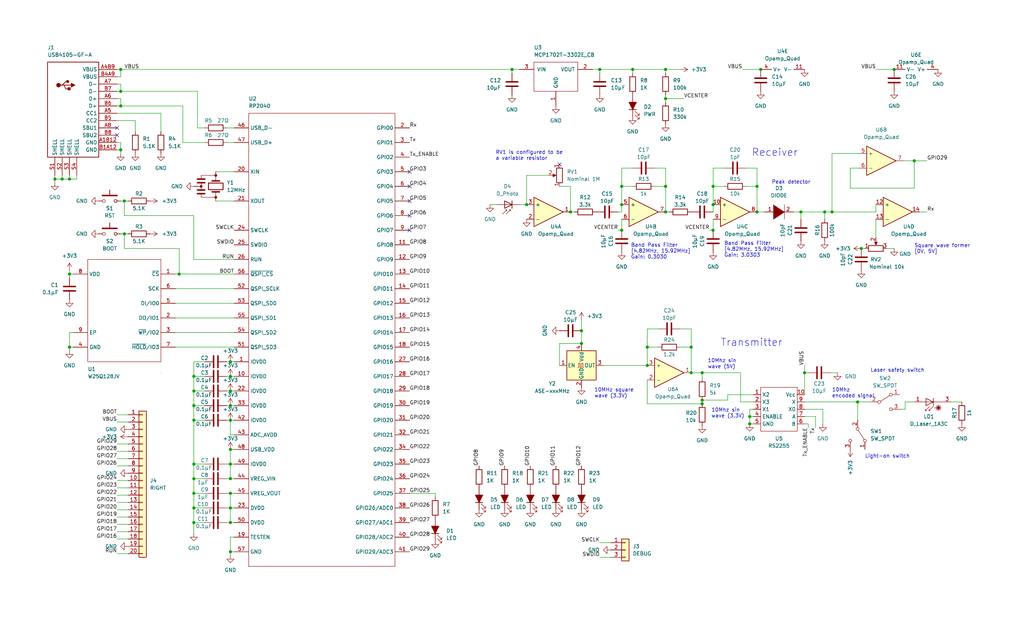
<source format=kicad_sch>
(kicad_sch (version 20211123) (generator eeschema)
  (paper "USLegal")
  (title_block (title "ENGR3430 Miniproject 3") (date "2022-09-22") (company "Olin College of Engineering"))
  (junction (at 215.9 71.12))
  (junction (at 67.31 130.81))
  (junction (at 215.9 80.01))
  (junction (at 67.31 146.05))
  (junction (at 247.65 71.12))
  (junction (at 80.01 125.73))
  (junction (at 67.31 171.45))
  (junction (at 288.925 73.66))
  (junction (at 80.01 156.21))
  (junction (at 224.79 127))
  (junction (at 41.91 36.83))
  (junction (at 19.05 62.23))
  (junction (at 262.89 73.66))
  (junction (at 80.01 176.53))
  (junction (at 41.91 52.07))
  (junction (at 201.93 114.935))
  (junction (at 219.71 24.13))
  (junction (at 224.79 120.65))
  (junction (at 231.14 73.66))
  (junction (at 67.31 161.29))
  (junction (at 299.085 86.36))
  (junction (at 80.01 166.37))
  (junction (at 264.16 24.13))
  (junction (at 201.93 119.38))
  (junction (at 310.515 24.13))
  (junction (at 80.01 135.89))
  (junction (at 262.89 64.77))
  (junction (at 80.01 140.97))
  (junction (at 67.31 140.97))
  (junction (at 247.65 64.77))
  (junction (at 240.03 120.65))
  (junction (at 243.84 139.065))
  (junction (at 80.01 191.77))
  (junction (at 279.4 129.54))
  (junction (at 80.01 171.45))
  (junction (at 247.65 80.01))
  (junction (at 231.14 24.13))
  (junction (at 208.28 24.13))
  (junction (at 260.35 147.32))
  (junction (at 21.59 62.23))
  (junction (at 317.5 55.88))
  (junction (at 297.815 139.7))
  (junction (at 80.01 181.61))
  (junction (at 67.31 176.53))
  (junction (at 80.01 161.29))
  (junction (at 43.18 69.85))
  (junction (at 80.01 146.05))
  (junction (at 24.13 120.65))
  (junction (at 243.84 140.335))
  (junction (at 41.91 24.13))
  (junction (at 240.03 129.54))
  (junction (at 215.9 64.77))
  (junction (at 43.18 81.28))
  (junction (at 231.14 64.77))
  (junction (at 198.12 73.66))
  (junction (at 62.23 95.25))
  (junction (at 177.8 24.13))
  (junction (at 24.13 95.25))
  (junction (at 182.88 71.12))
  (junction (at 67.31 181.61))
  (junction (at 24.13 62.23))
  (junction (at 41.91 31.75))
  (junction (at 67.31 166.37))
  (junction (at 278.13 73.66))
  (junction (at 286.385 73.66))
  (junction (at 260.35 144.78))
  (junction (at 243.84 129.54))
  (junction (at 80.01 130.81))
  (junction (at 67.31 135.89))
  (junction (at 231.14 34.29))
  (no_connect (at 40.64 46.99))
  (no_connect (at 40.64 44.45))
  (no_connect (at 397.51 93.98))
  (no_connect (at 412.75 96.52))
  (no_connect (at 397.51 99.06))
  (no_connect (at 397.51 109.22))
  (no_connect (at 397.51 114.3))
  (no_connect (at 412.75 111.76))
  (no_connect (at 194.31 57.15))
  (no_connect (at 142.24 59.69))
  (no_connect (at 142.24 64.77))
  (no_connect (at 142.24 69.85))
  (no_connect (at 142.24 74.93))
  (no_connect (at 142.24 80.01))
  (wire (pts (xy 78.74 146.05) (xy 80.01 146.05)))
  (wire (pts (xy 67.31 130.81) (xy 71.12 130.81)))
  (wire (pts (xy 209.55 127) (xy 224.79 127)))
  (wire (pts (xy 78.74 140.97) (xy 80.01 140.97)))
  (wire (pts (xy 194.31 64.77) (xy 198.12 64.77)))
  (wire (pts (xy 67.31 146.05) (xy 67.31 140.97)))
  (wire (pts (xy 40.64 179.705) (xy 44.45 179.705)))
  (wire (pts (xy 40.64 36.83) (xy 41.91 36.83)))
  (wire (pts (xy 297.815 139.7) (xy 302.26 139.7)))
  (wire (pts (xy 231.14 58.42) (xy 231.14 64.77)))
  (wire (pts (xy 262.89 58.42) (xy 262.89 64.77)))
  (wire (pts (xy 198.12 64.77) (xy 198.12 73.66)))
  (wire (pts (xy 68.58 31.75) (xy 68.58 44.45)))
  (wire (pts (xy 219.71 58.42) (xy 215.9 58.42)))
  (wire (pts (xy 247.65 76.2) (xy 247.65 80.01)))
  (wire (pts (xy 201.93 111.125) (xy 201.93 114.935)))
  (wire (pts (xy 228.6 114.3) (xy 224.79 114.3)))
  (wire (pts (xy 243.84 140.335) (xy 224.79 140.335)))
  (wire (pts (xy 41.91 36.83) (xy 63.5 36.83)))
  (wire (pts (xy 80.01 166.37) (xy 81.28 166.37)))
  (wire (pts (xy 227.33 58.42) (xy 231.14 58.42)))
  (wire (pts (xy 295.275 58.42) (xy 298.45 58.42)))
  (wire (pts (xy 304.165 73.66) (xy 304.165 71.12)))
  (wire (pts (xy 231.14 24.13) (xy 231.14 25.4)))
  (wire (pts (xy 68.58 44.45) (xy 71.12 44.45)))
  (wire (pts (xy 40.64 172.085) (xy 44.45 172.085)))
  (wire (pts (xy 177.8 24.13) (xy 180.34 24.13)))
  (wire (pts (xy 261.62 137.16) (xy 252.73 137.16)))
  (wire (pts (xy 62.23 86.36) (xy 62.23 95.25)))
  (wire (pts (xy 24.13 62.23) (xy 26.67 62.23)))
  (wire (pts (xy 67.31 166.37) (xy 67.31 161.29)))
  (wire (pts (xy 317.5 65.405) (xy 295.275 65.405)))
  (wire (pts (xy 67.31 161.29) (xy 71.12 161.29)))
  (wire (pts (xy 251.46 58.42) (xy 247.65 58.42)))
  (wire (pts (xy 19.05 60.96) (xy 19.05 62.23)))
  (wire (pts (xy 43.18 86.36) (xy 62.23 86.36)))
  (wire (pts (xy 40.64 177.165) (xy 44.45 177.165)))
  (wire (pts (xy 41.91 49.53) (xy 41.91 52.07)))
  (wire (pts (xy 243.84 131.445) (xy 243.84 129.54)))
  (wire (pts (xy 80.01 146.05) (xy 81.28 146.05)))
  (wire (pts (xy 208.28 24.13) (xy 219.71 24.13)))
  (wire (pts (xy 41.91 36.83) (xy 41.91 34.29)))
  (wire (pts (xy 252.73 139.065) (xy 243.84 139.065)))
  (wire (pts (xy 243.84 129.54) (xy 257.175 129.54)))
  (wire (pts (xy 40.64 161.925) (xy 44.45 161.925)))
  (wire (pts (xy 80.01 171.45) (xy 80.01 176.53)))
  (wire (pts (xy 40.64 29.21) (xy 41.91 29.21)))
  (wire (pts (xy 314.325 142.24) (xy 314.325 139.7)))
  (wire (pts (xy 275.59 73.66) (xy 278.13 73.66)))
  (wire (pts (xy 236.22 114.3) (xy 240.03 114.3)))
  (wire (pts (xy 182.88 60.96) (xy 182.88 71.12)))
  (wire (pts (xy 321.945 55.88) (xy 317.5 55.88)))
  (wire (pts (xy 67.31 130.81) (xy 67.31 125.73)))
  (wire (pts (xy 279.4 147.32) (xy 280.67 147.32)))
  (wire (pts (xy 41.91 24.13) (xy 177.8 24.13)))
  (wire (pts (xy 314.325 139.7) (xy 317.5 139.7)))
  (wire (pts (xy 67.31 135.89) (xy 67.31 130.81)))
  (wire (pts (xy 78.74 44.45) (xy 81.28 44.45)))
  (wire (pts (xy 80.01 161.29) (xy 81.28 161.29)))
  (wire (pts (xy 55.88 39.37) (xy 55.88 45.72)))
  (wire (pts (xy 80.01 151.13) (xy 81.28 151.13)))
  (wire (pts (xy 177.8 25.4) (xy 177.8 24.13)))
  (wire (pts (xy 78.74 161.29) (xy 80.01 161.29)))
  (wire (pts (xy 297.815 139.7) (xy 297.815 146.05)))
  (wire (pts (xy 78.74 171.45) (xy 80.01 171.45)))
  (wire (pts (xy 67.31 140.97) (xy 67.31 135.89)))
  (wire (pts (xy 251.46 64.77) (xy 247.65 64.77)))
  (wire (pts (xy 279.4 142.24) (xy 285.75 142.24)))
  (wire (pts (xy 67.31 146.05) (xy 71.12 146.05)))
  (wire (pts (xy 231.14 34.29) (xy 237.49 34.29)))
  (wire (pts (xy 208.28 188.595) (xy 212.09 188.595)))
  (wire (pts (xy 60.96 95.25) (xy 62.23 95.25)))
  (wire (pts (xy 41.91 52.07) (xy 41.91 53.34)))
  (wire (pts (xy 260.35 147.32) (xy 261.62 147.32)))
  (wire (pts (xy 67.31 90.17) (xy 81.28 90.17)))
  (wire (pts (xy 80.01 176.53) (xy 80.01 181.61)))
  (wire (pts (xy 81.28 125.73) (xy 80.01 125.73)))
  (wire (pts (xy 279.4 129.54) (xy 280.67 129.54)))
  (wire (pts (xy 231.14 73.66) (xy 232.41 73.66)))
  (wire (pts (xy 46.99 41.91) (xy 46.99 45.72)))
  (wire (pts (xy 24.13 96.52) (xy 24.13 95.25)))
  (wire (pts (xy 24.13 115.57) (xy 24.13 120.65)))
  (wire (pts (xy 78.74 166.37) (xy 80.01 166.37)))
  (wire (pts (xy 40.64 182.245) (xy 44.45 182.245)))
  (wire (pts (xy 43.18 81.28) (xy 44.45 81.28)))
  (wire (pts (xy 63.5 49.53) (xy 71.12 49.53)))
  (wire (pts (xy 247.65 64.77) (xy 247.65 71.12)))
  (wire (pts (xy 231.14 24.13) (xy 236.22 24.13)))
  (wire (pts (xy 40.64 192.405) (xy 44.45 192.405)))
  (wire (pts (xy 40.64 154.305) (xy 44.45 154.305)))
  (wire (pts (xy 80.01 156.21) (xy 80.01 161.29)))
  (wire (pts (xy 224.79 120.65) (xy 224.79 127)))
  (wire (pts (xy 257.175 139.7) (xy 261.62 139.7)))
  (wire (pts (xy 81.28 171.45) (xy 80.01 171.45)))
  (wire (pts (xy 215.9 73.66) (xy 215.9 71.12)))
  (wire (pts (xy 78.74 176.53) (xy 80.01 176.53)))
  (wire (pts (xy 260.35 144.78) (xy 260.35 147.32)))
  (wire (pts (xy 260.35 144.78) (xy 261.62 144.78)))
  (wire (pts (xy 201.93 114.935) (xy 201.93 119.38)))
  (wire (pts (xy 231.14 64.77) (xy 231.14 73.66)))
  (wire (pts (xy 319.405 73.66) (xy 321.945 73.66)))
  (wire (pts (xy 40.64 39.37) (xy 55.88 39.37)))
  (wire (pts (xy 205.74 24.13) (xy 208.28 24.13)))
  (wire (pts (xy 278.13 73.66) (xy 278.13 76.2)))
  (wire (pts (xy 214.63 80.01) (xy 215.9 80.01)))
  (wire (pts (xy 285.75 147.32) (xy 285.75 142.24)))
  (wire (pts (xy 41.91 81.28) (xy 43.18 81.28)))
  (wire (pts (xy 279.4 137.16) (xy 279.4 129.54)))
  (wire (pts (xy 304.165 76.2) (xy 304.165 82.55)))
  (wire (pts (xy 288.925 73.66) (xy 304.165 73.66)))
  (wire (pts (xy 208.28 193.675) (xy 212.09 193.675)))
  (wire (pts (xy 24.13 93.98) (xy 24.13 95.25)))
  (wire (pts (xy 60.96 115.57) (xy 81.28 115.57)))
  (wire (pts (xy 219.71 64.77) (xy 215.9 64.77)))
  (wire (pts (xy 288.925 73.66) (xy 286.385 73.66)))
  (wire (pts (xy 21.59 60.96) (xy 21.59 62.23)))
  (wire (pts (xy 25.4 120.65) (xy 24.13 120.65)))
  (wire (pts (xy 279.4 127) (xy 279.4 129.54)))
  (wire (pts (xy 252.73 137.16) (xy 252.73 139.065)))
  (wire (pts (xy 194.31 119.38) (xy 194.31 127)))
  (wire (pts (xy 80.01 156.21) (xy 81.28 156.21)))
  (wire (pts (xy 214.63 73.66) (xy 215.9 73.66)))
  (wire (pts (xy 41.91 69.85) (xy 43.18 69.85)))
  (wire (pts (xy 80.01 181.61) (xy 81.28 181.61)))
  (wire (pts (xy 41.91 24.13) (xy 41.91 26.67)))
  (wire (pts (xy 41.91 26.67) (xy 40.64 26.67)))
  (wire (pts (xy 41.91 31.75) (xy 68.58 31.75)))
  (wire (pts (xy 67.31 125.73) (xy 71.12 125.73)))
  (wire (pts (xy 81.28 186.69) (xy 80.01 186.69)))
  (wire (pts (xy 67.31 176.53) (xy 71.12 176.53)))
  (wire (pts (xy 41.91 34.29) (xy 40.64 34.29)))
  (wire (pts (xy 260.35 142.24) (xy 260.35 144.78)))
  (wire (pts (xy 67.31 171.45) (xy 67.31 166.37)))
  (wire (pts (xy 219.71 24.13) (xy 231.14 24.13)))
  (wire (pts (xy 80.01 176.53) (xy 81.28 176.53)))
  (wire (pts (xy 41.91 31.75) (xy 40.64 31.75)))
  (wire (pts (xy 21.59 62.23) (xy 24.13 62.23)))
  (wire (pts (xy 283.21 144.78) (xy 283.21 148.59)))
  (wire (pts (xy 215.9 58.42) (xy 215.9 64.77)))
  (wire (pts (xy 63.5 36.83) (xy 63.5 49.53)))
  (wire (pts (xy 299.085 86.36) (xy 300.355 86.36)))
  (wire (pts (xy 40.64 169.545) (xy 44.45 169.545)))
  (wire (pts (xy 24.13 120.65) (xy 24.13 121.92)))
  (wire (pts (xy 19.05 62.23) (xy 21.59 62.23)))
  (wire (pts (xy 142.24 171.45) (xy 151.13 171.45)))
  (wire (pts (xy 62.23 95.25) (xy 81.28 95.25)))
  (wire (pts (xy 80.01 146.05) (xy 80.01 151.13)))
  (wire (pts (xy 40.64 184.785) (xy 44.45 184.785)))
  (wire (pts (xy 80.01 186.69) (xy 80.01 191.77)))
  (wire (pts (xy 40.64 49.53) (xy 41.91 49.53)))
  (wire (pts (xy 40.64 146.685) (xy 44.45 146.685)))
  (wire (pts (xy 151.13 172.72) (xy 151.13 171.45)))
  (wire (pts (xy 80.01 135.89) (xy 81.28 135.89)))
  (wire (pts (xy 307.975 86.36) (xy 310.515 86.36)))
  (wire (pts (xy 67.31 181.61) (xy 71.12 181.61)))
  (wire (pts (xy 278.13 73.66) (xy 286.385 73.66)))
  (wire (pts (xy 60.96 100.33) (xy 81.28 100.33)))
  (wire (pts (xy 40.64 144.145) (xy 44.45 144.145)))
  (wire (pts (xy 67.31 166.37) (xy 71.12 166.37)))
  (wire (pts (xy 228.6 120.65) (xy 224.79 120.65)))
  (wire (pts (xy 19.05 63.5) (xy 19.05 62.23)))
  (wire (pts (xy 279.4 144.78) (xy 283.21 144.78)))
  (wire (pts (xy 60.96 110.49) (xy 81.28 110.49)))
  (wire (pts (xy 41.91 29.21) (xy 41.91 31.75)))
  (wire (pts (xy 41.91 52.07) (xy 40.64 52.07)))
  (wire (pts (xy 24.13 60.96) (xy 24.13 62.23)))
  (wire (pts (xy 67.31 171.45) (xy 71.12 171.45)))
  (wire (pts (xy 257.81 24.13) (xy 264.16 24.13)))
  (wire (pts (xy 240.03 114.3) (xy 240.03 120.65)))
  (wire (pts (xy 60.96 120.65) (xy 81.28 120.65)))
  (wire (pts (xy 312.42 142.24) (xy 314.325 142.24)))
  (wire (pts (xy 26.67 62.23) (xy 26.67 60.96)))
  (wire (pts (xy 262.89 73.66) (xy 265.43 73.66)))
  (wire (pts (xy 24.13 95.25) (xy 25.4 95.25)))
  (wire (pts (xy 286.385 73.66) (xy 286.385 76.2)))
  (wire (pts (xy 43.18 74.93) (xy 67.31 74.93)))
  (wire (pts (xy 288.925 53.34) (xy 298.45 53.34)))
  (wire (pts (xy 78.74 135.89) (xy 80.01 135.89)))
  (wire (pts (xy 295.275 65.405) (xy 295.275 58.42)))
  (wire (pts (xy 247.65 58.42) (xy 247.65 64.77)))
  (wire (pts (xy 170.18 71.12) (xy 172.72 71.12)))
  (wire (pts (xy 208.28 24.13) (xy 208.28 25.4)))
  (wire (pts (xy 243.84 129.54) (xy 240.03 129.54)))
  (wire (pts (xy 288.925 53.34) (xy 288.925 73.66)))
  (wire (pts (xy 227.33 64.77) (xy 231.14 64.77)))
  (wire (pts (xy 80.01 161.29) (xy 80.01 166.37)))
  (wire (pts (xy 81.28 191.77) (xy 80.01 191.77)))
  (wire (pts (xy 43.18 69.85) (xy 44.45 69.85)))
  (wire (pts (xy 224.79 132.08) (xy 224.79 140.335)))
  (wire (pts (xy 80.01 130.81) (xy 81.28 130.81)))
  (wire (pts (xy 43.18 69.85) (xy 43.18 74.93)))
  (wire (pts (xy 247.65 71.12) (xy 247.65 73.66)))
  (wire (pts (xy 40.64 24.13) (xy 41.91 24.13)))
  (wire (pts (xy 215.9 76.2) (xy 215.9 80.01)))
  (wire (pts (xy 74.93 59.69) (xy 81.28 59.69)))
  (wire (pts (xy 67.31 185.42) (xy 67.31 181.61)))
  (wire (pts (xy 40.64 174.625) (xy 44.45 174.625)))
  (wire (pts (xy 60.96 105.41) (xy 81.28 105.41)))
  (wire (pts (xy 219.71 24.13) (xy 219.71 25.4)))
  (wire (pts (xy 246.38 80.01) (xy 247.65 80.01)))
  (wire (pts (xy 40.64 187.325) (xy 44.45 187.325)))
  (wire (pts (xy 243.84 139.065) (xy 243.84 140.335)))
  (wire (pts (xy 78.74 130.81) (xy 80.01 130.81)))
  (wire (pts (xy 313.69 55.88) (xy 317.5 55.88)))
  (wire (pts (xy 279.4 139.7) (xy 297.815 139.7)))
  (wire (pts (xy 43.18 81.28) (xy 43.18 86.36)))
  (wire (pts (xy 198.12 73.66) (xy 199.39 73.66)))
  (wire (pts (xy 25.4 115.57) (xy 24.13 115.57)))
  (wire (pts (xy 40.64 159.385) (xy 44.45 159.385)))
  (wire (pts (xy 304.165 24.13) (xy 310.515 24.13)))
  (wire (pts (xy 317.5 55.88) (xy 317.5 65.405)))
  (wire (pts (xy 182.88 60.96) (xy 190.5 60.96)))
  (wire (pts (xy 262.89 64.77) (xy 262.89 73.66)))
  (wire (pts (xy 231.14 34.29) (xy 231.14 35.56)))
  (wire (pts (xy 231.14 33.02) (xy 231.14 34.29)))
  (wire (pts (xy 236.22 120.65) (xy 240.03 120.65)))
  (wire (pts (xy 67.31 146.05) (xy 67.31 161.29)))
  (wire (pts (xy 78.74 49.53) (xy 81.28 49.53)))
  (wire (pts (xy 330.2 139.7) (xy 334.01 139.7)))
  (wire (pts (xy 80.01 140.97) (xy 81.28 140.97)))
  (wire (pts (xy 67.31 74.93) (xy 67.31 90.17)))
  (wire (pts (xy 74.93 69.85) (xy 81.28 69.85)))
  (wire (pts (xy 40.64 41.91) (xy 46.99 41.91)))
  (wire (pts (xy 261.62 142.24) (xy 260.35 142.24)))
  (wire (pts (xy 259.08 58.42) (xy 262.89 58.42)))
  (wire (pts (xy 40.64 167.005) (xy 44.45 167.005)))
  (wire (pts (xy 67.31 176.53) (xy 67.31 171.45)))
  (wire (pts (xy 78.74 181.61) (xy 80.01 181.61)))
  (wire (pts (xy 280.67 147.32) (xy 280.67 148.59)))
  (wire (pts (xy 259.08 64.77) (xy 262.89 64.77)))
  (wire (pts (xy 201.93 119.38) (xy 194.31 119.38)))
  (wire (pts (xy 80.01 191.77) (xy 80.01 193.04)))
  (wire (pts (xy 67.31 135.89) (xy 71.12 135.89)))
  (wire (pts (xy 288.29 129.54) (xy 290.83 129.54)))
  (wire (pts (xy 240.03 120.65) (xy 240.03 129.54)))
  (wire (pts (xy 67.31 140.97) (xy 71.12 140.97)))
  (wire (pts (xy 67.31 181.61) (xy 67.31 176.53)))
  (wire (pts (xy 180.34 71.12) (xy 182.88 71.12)))
  (wire (pts (xy 224.79 114.3) (xy 224.79 120.65)))
  (wire (pts (xy 215.9 64.77) (xy 215.9 71.12)))
  (wire (pts (xy 40.64 156.845) (xy 44.45 156.845)))
  (wire (pts (xy 78.74 125.73) (xy 80.01 125.73)))
  (wire (pts (xy 257.175 129.54) (xy 257.175 139.7)))
  (text "Transmitter" (at 250.19 120.65 0) (effects (font (size 2.54 2.54)) (justify left bottom)))
  (text "Band Pass Filter\n[4.82MHz, 15.92MHz]\nGain: 0.3030" (at 219.075 90.17 0) (effects (font (size 1.27 1.27)) (justify left bottom)))
  (text "Laser safety switch" (at 302.26 129.54 0) (effects (font (size 1.27 1.27)) (justify left bottom)))
  (text "Light-on switch" (at 300.355 159.385 0) (effects (font (size 1.27 1.27)) (justify left bottom)))
  (text "Receiver" (at 260.985 54.61 0) (effects (font (size 2.54 2.54)) (justify left bottom)))
  (text "Square wave former\n[0V, 5V]" (at 317.5 88.265 0) (effects (font (size 1.27 1.27)) (justify left bottom)))
  (text "RV1 is configured to be\na variable resistor" (at 172.085 55.88 0) (effects (font (size 1.27 1.27)) (justify left bottom)))
  (text "Peak detector" (at 267.97 64.135 0) (effects (font (size 1.27 1.27)) (justify left bottom)))
  (text "10Mhz \nencoded signal" (at 288.925 138.43 0) (effects (font (size 1.27 1.27)) (justify left bottom)))
  (text "10Mhz sin\nwave (5V)" (at 245.745 128.27 0) (effects (font (size 1.27 1.27)) (justify left bottom)))
  (text "Band Pass Filter\n[4.82MHz, 15.92MHz]\nGain: 3.0303" (at 251.46 89.535 0) (effects (font (size 1.27 1.27)) (justify left bottom)))
  (text "10MHz square\nwave (3.3V)" (at 206.375 138.43 0) (effects (font (size 1.27 1.27)) (justify left bottom)))
  (text "10Mhz sin\nwave (3.3V)" (at 247.015 145.415 0) (effects (font (size 1.27 1.27)) (justify left bottom)))
  (label "GPIO21" (at 142.24 151.13 0))
  (label "GPIO18" (at 40.64 182.245 180))
  (label "GPIO17" (at 142.24 130.81 0))
  (label "GPIO16" (at 142.24 125.73 0))
  (label "GPIO12" (at 142.24 105.41 0))
  (label "GPIO29" (at 40.64 154.305 180))
  (label "GPIO17" (at 40.64 184.785 180))
  (label "GPIO8" (at 166.37 161.925 90))
  (label "GPIO26" (at 40.64 161.925 180))
  (label "GPIO22" (at 40.64 172.085 180))
  (label "GPIO4" (at 142.24 64.77 0))
  (label "GPIO27" (at 40.64 159.385 180))
  (label "RUN" (at 81.28 90.17 180))
  (label "GPIO10" (at 142.24 95.25 0))
  (label "SWDIO" (at 81.28 85.09 180))
  (label "GPIO28" (at 40.64 156.845 180))
  (label "GPIO6" (at 142.24 74.93 0))
  (label "SWCLK" (at 81.28 80.01 180))
  (label "Tx_ENABLE" (at 280.67 148.59 270))
  (label "GPIO29" (at 321.945 55.88 0))
  (label "GPIO28" (at 142.24 186.69 0))
  (label "GPIO24" (at 142.24 166.37 0))
  (label "GPIO27" (at 142.24 181.61 0))
  (label "GPIO20" (at 40.64 177.165 180))
  (label "GPIO26" (at 142.24 176.53 0))
  (label "VBUS" (at 279.4 127 90))
  (label "SWDIO" (at 208.28 193.675 180))
  (label "GPIO11" (at 193.04 161.925 90))
  (label "Tx" (at 142.24 49.53 0))
  (label "GPIO25" (at 142.24 171.45 0))
  (label "GPIO9" (at 142.24 90.17 0))
  (label "GPIO9" (at 175.26 161.925 90))
  (label "Rx" (at 142.24 44.45 0))
  (label "GPIO14" (at 142.24 115.57 0))
  (label "GPIO18" (at 142.24 135.89 0))
  (label "GPIO15" (at 142.24 120.65 0))
  (label "VBUS" (at 43.18 24.13 0))
  (label "GPIO16" (at 40.64 187.325 180))
  (label "VBUS" (at 304.165 24.13 180))
  (label "BOOT" (at 81.28 95.25 180))
  (label "VCENTER" (at 214.63 80.01 180))
  (label "GPIO13" (at 142.24 110.49 0))
  (label "GPIO20" (at 142.24 146.05 0))
  (label "GPIO8" (at 142.24 85.09 0))
  (label "GPIO11" (at 142.24 100.33 0))
  (label "Tx" (at 283.21 148.59 270))
  (label "BOOT" (at 40.64 144.145 180))
  (label "RUN" (at 40.64 192.405 180))
  (label "VBUS" (at 40.64 146.685 180))
  (label "Tx_ENABLE" (at 142.24 54.61 0))
  (label "GPIO23" (at 40.64 169.545 180))
  (label "GPIO19" (at 142.24 140.97 0))
  (label "GPIO29" (at 142.24 191.77 0))
  (label "VBUS" (at 257.81 24.13 180))
  (label "VCENTER" (at 246.38 80.01 180))
  (label "GPIO10" (at 184.15 161.925 90))
  (label "GPIO24" (at 40.64 167.005 180))
  (label "GPIO12" (at 201.93 161.925 90))
  (label "GPIO19" (at 40.64 179.705 180))
  (label "GPIO5" (at 142.24 69.85 0))
  (label "SWCLK" (at 208.28 188.595 180))
  (label "GPIO3" (at 142.24 59.69 0))
  (label "VCENTER" (at 237.49 34.29 0))
  (label "GPIO7" (at 142.24 80.01 0))
  (label "GPIO21" (at 40.64 174.625 180))
  (label "GPIO23" (at 142.24 161.29 0))
  (label "GPIO22" (at 142.24 156.21 0))
  (label "Rx" (at 321.945 73.66 0))
  (symbol (lib_id "Device:R") (at 286.385 80.01 180) (unit 1)
    (property "Reference" "R16" (at 283.845 80.01 90))
    (property "Value" "100k" (at 288.925 80.01 90))
    (property "Footprint" "Resistor_SMD:R_0402_1005Metric" (effects hide))
  )
  (symbol (lib_id "power:GND") (at 286.385 83.82 0) (unit 1)
    (property "Reference" "#PWR039" (effects hide))
    (property "Value" "GND" (at 286.385 88.9 0))
  )
  (symbol (lib_id "Device:LED_Filled") (at 201.93 173.355 90) (unit 1)
    (property "Reference" "D9" (at 205.74 173.6724 90) (effects (justify right)))
    (property "Value" "LED" (at 205.74 176.2124 90) (effects (justify right)))
    (property "Footprint" "LED_SMD:LED_0805_2012Metric" (effects hide))
  )
  (symbol (lib_id "Connector_Generic:Conn_01x20") (at 49.53 167.005 0) (unit 1)
    (property "Reference" "J4" (at 52.07 167.0049 0) (effects (justify left)))
    (property "Value" "RIGHT" (at 52.07 169.5449 0) (effects (justify left)))
    (property "Footprint" "Connector_PinHeader_2.54mm:PinHeader_1x20_P2.54mm_Vertical" (effects hide))
  )
  (symbol (lib_id "Connector_Generic:Conn_01x03") (at 217.17 191.135 0) (unit 1)
    (property "Reference" "J3" (at 219.71 189.8649 0) (effects (justify left)))
    (property "Value" "DEBUG" (at 219.71 192.4049 0) (effects (justify left)))
    (property "Footprint" "Connector_PinHeader_2.54mm:PinHeader_1x03_P2.54mm_Vertical" (effects hide))
  )
  (symbol (lib_id "power:GND") (at 170.18 71.12 0) (unit 1)
    (property "Reference" "#PWR019" (effects hide))
    (property "Value" "GND" (at 170.18 76.2 0))
  )
  (symbol (lib_id "power:GND") (at 34.29 81.28 270) (unit 1)
    (property "Reference" "#PWR06" (effects hide))
    (property "Value" "GND" (at 30.48 81.2799 90) (effects (justify right)))
  )
  (symbol (lib_id "Device:R_Potentiometer") (at 194.31 60.96 180) (unit 1)
    (property "Reference" "RV1" (at 196.85 59.6899 0) (effects (justify right)))
    (property "Value" "Nominal 1M" (at 196.85 62.2299 0) (effects (justify right)))
  )
  (symbol (lib_id "power:GND") (at 19.05 63.5 0) (unit 1)
    (property "Reference" "#PWR01" (effects hide))
    (property "Value" "GND" (at 19.05 68.58 0))
  )
  (symbol (lib_id "power:+3V3") (at 80.01 135.89 0) (unit 1)
    (property "Reference" "#PWR0104" (effects hide))
    (property "Value" "+3V3" (at 80.01 132.08 0))
  )
  (symbol (lib_id "power:GND") (at 182.88 76.2 0) (unit 1)
    (property "Reference" "#PWR050" (effects hide))
    (property "Value" "GND" (at 182.88 81.28 0))
  )
  (symbol (lib_id "Device:R") (at 74.93 49.53 90) (unit 1)
    (property "Reference" "R6" (at 72.39 46.99 90))
    (property "Value" "27Ω" (at 77.47 46.99 90))
    (property "Footprint" "Resistor_SMD:R_0402_1005Metric" (effects hide))
  )
  (symbol (lib_id "power:GND") (at 201.93 134.62 0) (unit 1)
    (property "Reference" "#PWR022" (effects hide))
    (property "Value" "GND" (at 201.93 139.7 0))
  )
  (symbol (lib_id "power:GND") (at 212.09 191.135 270) (unit 1)
    (property "Reference" "#PWR026" (effects hide))
    (property "Value" "GND" (at 208.28 191.1349 90) (effects (justify right)))
  )
  (symbol (lib_id "Device:R") (at 232.41 120.65 90) (unit 1)
    (property "Reference" "R24" (at 232.41 118.11 90))
    (property "Value" "1.2k" (at 232.41 123.19 90))
    (property "Footprint" "Resistor_SMD:R_0402_1005Metric" (effects hide))
  )
  (symbol (lib_id "Device:C") (at 299.085 90.17 0) (unit 1)
    (property "Reference" "C22" (at 295.275 90.17 90))
    (property "Value" "10pF" (at 292.735 90.17 90))
  )
  (symbol (lib_id "Device:R") (at 201.93 165.735 0) (unit 1)
    (property "Reference" "R23" (at 204.47 164.4649 0) (effects (justify left)))
    (property "Value" "1K" (at 204.47 167.0049 0) (effects (justify left)))
    (property "Footprint" "Resistor_SMD:R_0402_1005Metric" (effects hide))
  )
  (symbol (lib_id "power:GND") (at 334.01 147.32 0) (unit 1)
    (property "Reference" "#PWR046" (effects hide))
    (property "Value" "GND" (at 334.01 152.4 0))
  )
  (symbol (lib_id "Eclectronics:SW") (at 38.1 69.85 270) (unit 1)
    (property "Reference" "S1" (at 38.1 72.39 90))
    (property "Value" "RST" (at 38.1 74.93 90))
    (property "Footprint" "Eclectronics:KXT321LHS" (effects hide))
  )
  (symbol (lib_id "Device:C") (at 74.93 140.97 270) (unit 1)
    (property "Reference" "C5" (at 72.39 139.7 90) (effects (justify right)))
    (property "Value" "0.1µF" (at 73.66 142.24 90) (effects (justify right)))
    (property "Footprint" "Capacitor_SMD:C_0402_1005Metric" (effects hide))
  )
  (symbol (lib_id "Device:Opamp_Quad") (at 405.13 111.76 0) (unit 4)
    (property "Reference" "U6" (at 405.13 100.965 0))
    (property "Value" "Opamp_Quad" (at 405.13 103.505 0))
    (property "Datasheet" "https://www.analog.com/media/en/technical-documentation/data-sheets/ADA4891-1_4891-2_4891-3_4891-4.PDF" (effects hide))
  )
  (symbol (lib_id "Device:C") (at 74.93 176.53 270) (unit 1)
    (property "Reference" "C10" (at 72.39 175.26 90) (effects (justify right)))
    (property "Value" "0.1µF" (at 73.66 177.8 90) (effects (justify right)))
    (property "Footprint" "Capacitor_SMD:C_0402_1005Metric" (effects hide))
  )
  (symbol (lib_id "Device:C") (at 247.65 83.82 0) (unit 1)
    (property "Reference" "C19" (at 243.84 83.82 90))
    (property "Value" "10µF" (at 241.3 83.82 90))
  )
  (symbol (lib_id "Device:C") (at 24.13 100.33 0) (mirror x) (unit 1)
    (property "Reference" "C1" (at 20.32 99.0599 0) (effects (justify right)))
    (property "Value" "0.1µF" (at 20.32 101.5999 0) (effects (justify right)))
    (property "Footprint" "Capacitor_SMD:C_0402_1005Metric" (effects hide))
  )
  (symbol (lib_id "power:GND") (at 46.99 53.34 0) (unit 1)
    (property "Reference" "#PWR08" (effects hide))
    (property "Value" "GND" (at 46.99 58.42 0))
  )
  (symbol (lib_id "Oscillator:ASE-xxxMHz") (at 201.93 127 0) (unit 1)
    (property "Reference" "Y2" (at 191.77 133.35 0))
    (property "Value" "ASE-xxxMHz" (at 191.77 135.89 0))
    (property "Datasheet" "https://www.we-online.com/catalog/datasheet/830206415801.pdf" (effects hide))
  )
  (symbol (lib_id "Device:D_Photo") (at 175.26 71.12 180) (unit 1)
    (property "Reference" "D4" (at 176.2125 64.77 0))
    (property "Value" "D_Photo" (at 176.2125 67.31 0))
  )
  (symbol (lib_id "power:GND") (at 201.93 177.165 0) (unit 1)
    (property "Reference" "#PWR053" (effects hide))
    (property "Value" "GND" (at 201.93 182.245 0))
  )
  (symbol (lib_id "power:GND") (at 290.83 129.54 0) (unit 1)
    (property "Reference" "#PWR043" (effects hide))
    (property "Value" "GND" (at 293.37 130.8099 0) (effects (justify left)))
  )
  (symbol (lib_id "Device:R_Potentiometer") (at 304.165 86.36 90) (unit 1)
    (property "Reference" "RV2" (at 304.165 90.17 90))
    (property "Value" "Nominal 10k" (at 307.975 92.71 90))
  )
  (symbol (lib_id "power:GND") (at 193.04 36.83 0) (unit 1)
    (property "Reference" "#PWR018" (effects hide))
    (property "Value" "GND" (at 193.04 41.91 0))
  )
  (symbol (lib_id "Device:C") (at 74.93 146.05 270) (unit 1)
    (property "Reference" "C6" (at 72.39 144.78 90) (effects (justify right)))
    (property "Value" "0.1µF" (at 73.66 147.32 90) (effects (justify right)))
    (property "Footprint" "Capacitor_SMD:C_0402_1005Metric" (effects hide))
  )
  (symbol (lib_id "Device:R") (at 203.2 73.66 90) (unit 1)
    (property "Reference" "R12" (at 203.2 68.58 90))
    (property "Value" "3.3k" (at 203.2 71.12 90))
    (property "Footprint" "Resistor_SMD:R_0402_1005Metric" (effects hide))
  )
  (symbol (lib_id "power:GND") (at 279.4 24.13 0) (unit 1)
    (property "Reference" "#PWR038" (effects hide))
    (property "Value" "GND" (at 279.4 29.21 0))
  )
  (symbol (lib_id "Device:R") (at 48.26 69.85 90) (unit 1)
    (property "Reference" "R2" (at 48.26 67.31 90))
    (property "Value" "5.1K" (at 48.26 72.39 90))
    (property "Footprint" "Resistor_SMD:R_0402_1005Metric" (effects hide))
  )
  (symbol (lib_id "Device:C") (at 210.82 73.66 90) (unit 1)
    (property "Reference" "C15" (at 210.82 67.31 90))
    (property "Value" "10pF" (at 210.82 69.85 90))
  )
  (symbol (lib_id "power:+3V3") (at 201.93 111.125 0) (unit 1)
    (property "Reference" "#PWR021" (effects hide))
    (property "Value" "+3V3" (at 203.835 109.8549 0) (effects (justify left)))
  )
  (symbol (lib_id "power:GND") (at 184.15 177.165 0) (unit 1)
    (property "Reference" "#PWR051" (effects hide))
    (property "Value" "GND" (at 184.15 182.245 0))
  )
  (symbol (lib_id "Eclectronics:SW") (at 38.1 81.28 270) (unit 1)
    (property "Reference" "S2" (at 38.1 83.82 90))
    (property "Value" "BOOT" (at 38.1 86.36 90))
    (property "Footprint" "Eclectronics:KXT321LHS" (effects hide))
  )
  (symbol (lib_id "power:+3V3") (at 236.22 24.13 270) (unit 1)
    (property "Reference" "#PWR025" (effects hide))
    (property "Value" "+3V3" (at 240.03 24.1299 90) (effects (justify left)))
  )
  (symbol (lib_id "Device:Opamp_Quad") (at 405.13 96.52 0) (unit 3)
    (property "Reference" "U6" (at 405.13 85.725 0))
    (property "Value" "Opamp_Quad" (at 405.13 88.265 0))
    (property "Datasheet" "https://www.analog.com/media/en/technical-documentation/data-sheets/ADA4891-1_4891-2_4891-3_4891-4.PDF" (effects hide))
  )
  (symbol (lib_id "power:+3V3") (at 80.01 130.81 0) (unit 1)
    (property "Reference" "#PWR0103" (effects hide))
    (property "Value" "+3V3" (at 80.01 127 0))
  )
  (symbol (lib_id "Device:Opamp_Quad") (at 311.785 73.66 0) (unit 4)
    (property "Reference" "U4" (at 315.595 78.74 0))
    (property "Value" "Opamp_Quad" (at 315.595 81.28 0))
    (property "Datasheet" "https://www.analog.com/media/en/technical-documentation/data-sheets/ADA4891-1_4891-2_4891-3_4891-4.PDF" (effects hide))
  )
  (symbol (lib_id "power:GND") (at 208.28 33.02 0) (unit 1)
    (property "Reference" "#PWR023" (effects hide))
    (property "Value" "GND" (at 208.28 38.1 0))
  )
  (symbol (lib_id "Device:R") (at 175.26 165.735 0) (unit 1)
    (property "Reference" "R18" (at 177.8 164.4649 0) (effects (justify left)))
    (property "Value" "1K" (at 177.8 167.0049 0) (effects (justify left)))
    (property "Footprint" "Resistor_SMD:R_0402_1005Metric" (effects hide))
  )
  (symbol (lib_id "power:GND") (at 24.13 104.14 0) (unit 1)
    (property "Reference" "#PWR03" (effects hide))
    (property "Value" "GND" (at 24.13 109.22 0))
  )
  (symbol (lib_id "Device:R") (at 166.37 165.735 0) (unit 1)
    (property "Reference" "R11" (at 168.91 164.4649 0) (effects (justify left)))
    (property "Value" "1K" (at 168.91 167.0049 0) (effects (justify left)))
    (property "Footprint" "Resistor_SMD:R_0402_1005Metric" (effects hide))
  )
  (symbol (lib_id "Device:R") (at 193.04 165.735 0) (unit 1)
    (property "Reference" "R22" (at 195.58 164.4649 0) (effects (justify left)))
    (property "Value" "1K" (at 195.58 167.0049 0) (effects (justify left)))
    (property "Footprint" "Resistor_SMD:R_0402_1005Metric" (effects hide))
  )
  (symbol (lib_id "Device:Opamp_Quad") (at 232.41 129.54 0) (unit 1)
    (property "Reference" "U6" (at 233.68 135.255 0))
    (property "Value" "Opamp_Quad" (at 233.68 137.795 0))
    (property "Datasheet" "https://www.analog.com/media/en/technical-documentation/data-sheets/ADA4891-1_4891-2_4891-3_4891-4.PDF" (effects hide))
  )
  (symbol (lib_id "Device:LED_Filled") (at 219.71 36.83 90) (unit 1)
    (property "Reference" "D2" (at 223.52 37.1474 90) (effects (justify right)))
    (property "Value" "PWR" (at 223.52 39.6874 90) (effects (justify right)))
    (property "Footprint" "LED_SMD:LED_0805_2012Metric" (effects hide))
  )
  (symbol (lib_id "power:GND") (at 41.91 53.34 0) (unit 1)
    (property "Reference" "#PWR07" (effects hide))
    (property "Value" "GND" (at 41.91 58.42 0))
  )
  (symbol (lib_id "power:GND") (at 285.75 147.32 0) (unit 1)
    (property "Reference" "#PWR042" (effects hide))
    (property "Value" "GND" (at 285.75 152.4 0))
  )
  (symbol (lib_id "power:GND") (at 80.01 193.04 0) (unit 1)
    (property "Reference" "#PWR015" (effects hide))
    (property "Value" "GND" (at 80.01 198.12 0))
  )
  (symbol (lib_id "Eclectronics:USB4105-GF-A") (at 25.4 38.1 0) (unit 1)
    (property "Reference" "J1" (at 16.51 16.51 0) (effects (justify left)))
    (property "Value" "USB4105-GF-A" (at 16.51 19.05 0) (effects (justify left)))
    (property "Footprint" "Eclectronics:USB4105-GF-A" (effects hide))
  )
  (symbol (lib_id "power:GND") (at 264.16 31.75 0) (unit 1)
    (property "Reference" "#PWR035" (effects hide))
    (property "Value" "GND" (at 264.16 36.83 0))
  )
  (symbol (lib_id "Device:C") (at 310.515 27.94 0) (unit 1)
    (property "Reference" "C26" (at 314.325 26.6699 0) (effects (justify left)))
    (property "Value" "10µF" (at 314.325 29.2099 0) (effects (justify left)))
    (property "Footprint" "Capacitor_SMD:C_0603_1608Metric" (effects hide))
  )
  (symbol (lib_id "Device:C") (at 198.12 114.935 270) (unit 1)
    (property "Reference" "C25" (at 196.215 108.585 90) (effects (justify left)))
    (property "Value" "10µF" (at 195.58 111.125 90) (effects (justify left)))
    (property "Footprint" "Capacitor_SMD:C_0603_1608Metric" (effects hide))
  )
  (symbol (lib_id "power:GND") (at 34.29 69.85 270) (unit 1)
    (property "Reference" "#PWR05" (effects hide))
    (property "Value" "GND" (at 30.48 69.8499 90) (effects (justify right)))
  )
  (symbol (lib_id "power:GND") (at 247.65 87.63 0) (unit 1)
    (property "Reference" "#PWR033" (effects hide))
    (property "Value" "GND" (at 247.65 92.71 0))
  )
  (symbol (lib_id "Device:Opamp_Quad") (at 223.52 73.66 0) (unit 2)
    (property "Reference" "U4" (at 226.06 78.74 0))
    (property "Value" "Opamp_Quad" (at 226.06 81.28 0))
    (property "Datasheet" "https://www.analog.com/media/en/technical-documentation/data-sheets/ADA4891-1_4891-2_4891-3_4891-4.PDF" (effects hide))
  )
  (symbol (lib_id "Device:R") (at 255.27 64.77 90) (unit 1)
    (property "Reference" "R15" (at 255.27 62.23 90))
    (property "Value" "10k" (at 255.27 67.31 90))
    (property "Footprint" "Resistor_SMD:R_0402_1005Metric" (effects hide))
  )
  (symbol (lib_id "power:+3V3") (at 52.07 81.28 270) (unit 1)
    (property "Reference" "#PWR010" (effects hide))
    (property "Value" "+3V3" (at 56.134 81.2799 90) (effects (justify left)))
  )
  (symbol (lib_id "power:GND") (at 151.13 187.96 0) (unit 1)
    (property "Reference" "#PWR016" (effects hide))
    (property "Value" "GND" (at 151.13 193.04 0))
  )
  (symbol (lib_id "power:+3V3") (at 52.07 69.85 270) (unit 1)
    (property "Reference" "#PWR09" (effects hide))
    (property "Value" "+3V3" (at 56.134 69.8499 90) (effects (justify left)))
  )
  (symbol (lib_id "Device:C") (at 223.52 58.42 90) (unit 1)
    (property "Reference" "C17" (at 223.52 52.07 90))
    (property "Value" "10pF" (at 223.52 54.61 90))
  )
  (symbol (lib_id "Device:C") (at 74.93 130.81 270) (unit 1)
    (property "Reference" "C3" (at 72.39 129.54 90) (effects (justify right)))
    (property "Value" "0.1µF" (at 73.66 132.08 90) (effects (justify right)))
    (property "Footprint" "Capacitor_SMD:C_0402_1005Metric" (effects hide))
  )
  (symbol (lib_id "Device:C") (at 74.93 166.37 270) (unit 1)
    (property "Reference" "C8" (at 72.39 165.1 90) (effects (justify right)))
    (property "Value" "1µF" (at 72.39 167.64 90) (effects (justify right)))
    (property "Footprint" "Capacitor_SMD:C_0402_1005Metric" (effects hide))
  )
  (symbol (lib_id "power:GND") (at 219.71 40.64 0) (unit 1)
    (property "Reference" "#PWR024" (effects hide))
    (property "Value" "GND" (at 219.71 45.72 0))
  )
  (symbol (lib_id "power:GND") (at 325.755 24.13 0) (unit 1)
    (property "Reference" "#PWR047" (effects hide))
    (property "Value" "GND" (at 325.755 29.21 0))
  )
  (symbol (lib_id "Device:C") (at 177.8 29.21 0) (mirror x) (unit 1)
    (property "Reference" "C12" (at 173.99 27.9399 0) (effects (justify right)))
    (property "Value" "10µF" (at 173.99 30.4799 0) (effects (justify right)))
    (property "Footprint" "Capacitor_SMD:C_0603_1608Metric" (effects hide))
  )
  (symbol (lib_id "Device:R") (at 236.22 73.66 90) (unit 1)
    (property "Reference" "R14" (at 236.22 68.58 90))
    (property "Value" "3.3k" (at 236.22 71.12 90))
    (property "Footprint" "Resistor_SMD:R_0402_1005Metric" (effects hide))
  )
  (symbol (lib_id "Device:Opamp_Quad") (at 255.27 73.66 0) (unit 3)
    (property "Reference" "U4" (at 257.81 78.74 0))
    (property "Value" "Opamp_Quad" (at 257.81 81.28 0))
    (property "Datasheet" "https://www.analog.com/media/en/technical-documentation/data-sheets/ADA4891-1_4891-2_4891-3_4891-4.PDF" (effects hide))
  )
  (symbol (lib_id "Device:R") (at 151.13 176.53 0) (unit 1)
    (property "Reference" "R7" (at 153.67 175.2599 0) (effects (justify left)))
    (property "Value" "1K" (at 153.67 177.7999 0) (effects (justify left)))
    (property "Footprint" "Resistor_SMD:R_0402_1005Metric" (effects hide))
  )
  (symbol (lib_id "Device:C") (at 208.28 29.21 0) (unit 1)
    (property "Reference" "C13" (at 212.09 27.9399 0) (effects (justify left)))
    (property "Value" "10µF" (at 212.09 30.4799 0) (effects (justify left)))
    (property "Footprint" "Capacitor_SMD:C_0603_1608Metric" (effects hide))
  )
  (symbol (lib_id "power:GND") (at 260.35 147.32 0) (unit 1)
    (property "Reference" "#PWR036" (effects hide))
    (property "Value" "GND" (at 260.35 152.4 0))
  )
  (symbol (lib_id "power:GND") (at 243.84 147.955 0) (unit 1)
    (property "Reference" "#PWR034" (effects hide))
    (property "Value" "GND" (at 243.84 153.035 0))
  )
  (symbol (lib_id "power:GND") (at 194.31 114.935 270) (unit 1)
    (property "Reference" "#PWR020" (effects hide))
    (property "Value" "GND" (at 189.23 114.935 0))
  )
  (symbol (lib_id "Switch:SW_SPDT") (at 307.34 139.7 0) (unit 1)
    (property "Reference" "SW2" (at 307.34 131.445 0))
    (property "Value" "SW_SPDT" (at 307.34 133.985 0))
  )
  (symbol (lib_id "power:GND") (at 44.45 189.865 270) (unit 1)
    (property "Reference" "#PWR030" (effects hide))
    (property "Value" "GND" (at 40.64 189.8649 90) (effects (justify right)))
  )
  (symbol (lib_id "power:+3V3") (at 80.01 146.05 0) (unit 1)
    (property "Reference" "#PWR0101" (effects hide))
    (property "Value" "+3V3" (at 80.01 142.24 0))
  )
  (symbol (lib_id "Device:R") (at 74.93 44.45 90) (unit 1)
    (property "Reference" "R5" (at 72.39 41.91 90))
    (property "Value" "27Ω" (at 77.47 41.91 90))
    (property "Footprint" "Resistor_SMD:R_0402_1005Metric" (effects hide))
  )
  (symbol (lib_id "power:+3V3") (at 80.01 125.73 0) (unit 1)
    (property "Reference" "#PWR014" (effects hide))
    (property "Value" "+3V3" (at 80.01 121.92 0))
  )
  (symbol (lib_id "power:+3V3") (at 44.45 151.765 90) (unit 1)
    (property "Reference" "#PWR028" (effects hide))
    (property "Value" "+3V3" (at 40.64 151.7649 90) (effects (justify left)))
  )
  (symbol (lib_id "Device:R") (at 243.84 135.255 0) (unit 1)
    (property "Reference" "R19" (at 246.38 133.9849 0) (effects (justify left)))
    (property "Value" "5k" (at 246.38 136.5249 0) (effects (justify left)))
  )
  (symbol (lib_id "power:+3V3") (at 299.085 86.36 90) (unit 1)
    (property "Reference" "#PWR040" (effects hide))
    (property "Value" "+3V3" (at 292.735 86.36 90))
  )
  (symbol (lib_id "power:GND") (at 24.13 121.92 0) (unit 1)
    (property "Reference" "#PWR04" (effects hide))
    (property "Value" "GND" (at 24.13 127 0))
  )
  (symbol (lib_id "power:GND") (at 215.9 87.63 0) (unit 1)
    (property "Reference" "#PWR031" (effects hide))
    (property "Value" "GND" (at 215.9 92.71 0))
  )
  (symbol (lib_id "Device:LED_Filled") (at 184.15 173.355 90) (unit 1)
    (property "Reference" "D7" (at 187.96 173.6724 90) (effects (justify right)))
    (property "Value" "LED" (at 187.96 176.2124 90) (effects (justify right)))
    (property "Footprint" "LED_SMD:LED_0805_2012Metric" (effects hide))
  )
  (symbol (lib_id "Device:C") (at 74.93 171.45 270) (unit 1)
    (property "Reference" "C9" (at 72.39 170.18 90) (effects (justify right)))
    (property "Value" "1µF" (at 72.39 172.72 90) (effects (justify right)))
    (property "Footprint" "Capacitor_SMD:C_0402_1005Metric" (effects hide))
  )
  (symbol (lib_id "Eclectronics:W25Q128JV") (at 43.18 107.95 0) (unit 1)
    (property "Reference" "U1" (at 30.48 128.27 0) (effects (justify left)))
    (property "Value" "W25Q128JV" (at 30.48 130.81 0) (effects (justify left)))
    (property "Footprint" "Package_SON:WSON-8-1EP_6x5mm_P1.27mm_EP3.4x4.3mm" (effects hide))
  )
  (symbol (lib_id "Device:Opamp_Quad") (at 190.5 73.66 0) (unit 1)
    (property "Reference" "U4" (at 193.04 78.74 0))
    (property "Value" "Opamp_Quad" (at 193.04 81.28 0))
    (property "Datasheet" "https://www.analog.com/media/en/technical-documentation/data-sheets/ADA4891-1_4891-2_4891-3_4891-4.PDF" (effects hide))
  )
  (symbol (lib_id "Device:Opamp_Quad") (at 318.135 26.67 270) (unit 5)
    (property "Reference" "U6" (at 318.135 19.05 90))
    (property "Value" "Opamp_Quad" (at 318.135 21.59 90))
    (property "Datasheet" "https://www.analog.com/media/en/technical-documentation/data-sheets/ADA4891-1_4891-2_4891-3_4891-4.PDF" (effects hide))
  )
  (symbol (lib_id "Device:Opamp_Quad") (at 271.78 21.59 90) (unit 5)
    (property "Reference" "U4" (at 271.78 17.78 90))
    (property "Value" "Opamp_Quad" (at 271.78 20.32 90))
    (property "Datasheet" "https://www.analog.com/media/en/technical-documentation/data-sheets/ADA4891-1_4891-2_4891-3_4891-4.PDF" (effects hide))
  )
  (symbol (lib_id "Device:R") (at 48.26 81.28 90) (unit 1)
    (property "Reference" "R3" (at 48.26 78.74 90))
    (property "Value" "5.1K" (at 48.26 83.82 90))
    (property "Footprint" "Resistor_SMD:R_0402_1005Metric" (effects hide))
  )
  (symbol (lib_id "power:GND") (at 310.515 86.36 0) (unit 1)
    (property "Reference" "#PWR044" (effects hide))
    (property "Value" "GND" (at 314.325 88.265 0))
  )
  (symbol (lib_id "power:+3V3") (at 80.01 156.21 0) (unit 1)
    (property "Reference" "#PWR0105" (effects hide))
    (property "Value" "+3V3" (at 80.01 152.4 0))
  )
  (symbol (lib_id "power:+3V3") (at 80.01 140.97 0) (unit 1)
    (property "Reference" "#PWR0102" (effects hide))
    (property "Value" "+3V3" (at 80.01 137.16 0))
  )
  (symbol (lib_id "Switch:SW_SPDT") (at 297.815 151.13 270) (unit 1)
    (property "Reference" "SW1" (at 302.26 149.8599 90) (effects (justify left)))
    (property "Value" "SW_SPDT" (at 302.26 152.3999 90) (effects (justify left)))
    (property "Datasheet" "https://www.digikey.com/en/products/detail/nidec-copal-electronics/CL-SB-12B-01T/3507823" (effects hide))
  )
  (symbol (lib_id "Device:LED_Filled") (at 151.13 184.15 90) (unit 1)
    (property "Reference" "D1" (at 154.94 184.4674 90) (effects (justify right)))
    (property "Value" "LED" (at 154.94 187.0074 90) (effects (justify right)))
    (property "Footprint" "LED_SMD:LED_0805_2012Metric" (effects hide))
  )
  (symbol (lib_id "Device:C") (at 74.93 135.89 270) (unit 1)
    (property "Reference" "C4" (at 72.39 134.62 90) (effects (justify right)))
    (property "Value" "0.1µF" (at 73.66 137.16 90) (effects (justify right)))
    (property "Footprint" "Capacitor_SMD:C_0402_1005Metric" (effects hide))
  )
  (symbol (lib_id "Device:LED_Filled") (at 175.26 173.355 90) (unit 1)
    (property "Reference" "D6" (at 179.07 173.6724 90) (effects (justify right)))
    (property "Value" "LED" (at 179.07 176.2124 90) (effects (justify right)))
    (property "Footprint" "LED_SMD:LED_0805_2012Metric" (effects hide))
  )
  (symbol (lib_id "Device:R") (at 223.52 64.77 90) (unit 1)
    (property "Reference" "R13" (at 223.52 62.23 90))
    (property "Value" "1k" (at 223.52 67.31 90))
    (property "Footprint" "Resistor_SMD:R_0402_1005Metric" (effects hide))
  )
  (symbol (lib_id "power:GND") (at 67.31 64.77 270) (unit 1)
    (property "Reference" "#PWR012" (effects hide))
    (property "Value" "GND" (at 63.5 64.7699 90) (effects (justify right)))
  )
  (symbol (lib_id "Eclectronics:Crystal") (at 74.93 64.77 270) (unit 1)
    (property "Reference" "Y1" (at 78.74 63.5 90) (effects (justify left)))
    (property "Value" "12MHz" (at 78.74 66.04 90) (effects (justify left)))
    (property "Footprint" "Eclectronics:CSTNE" (effects hide))
  )
  (symbol (lib_id "Device:C") (at 278.13 80.01 0) (unit 1)
    (property "Reference" "C21" (at 274.32 80.01 90))
    (property "Value" "10pF" (at 271.78 80.01 90))
  )
  (symbol (lib_id "power:GND") (at 166.37 177.165 0) (unit 1)
    (property "Reference" "#PWR048" (effects hide))
    (property "Value" "GND" (at 166.37 182.245 0))
  )
  (symbol (lib_id "power:+3V3") (at 24.13 93.98 0) (unit 1)
    (property "Reference" "#PWR02" (effects hide))
    (property "Value" "+3V3" (at 24.13 88.9 0))
  )
  (symbol (lib_id "power:GND") (at 44.45 164.465 270) (unit 1)
    (property "Reference" "#PWR029" (effects hide))
    (property "Value" "GND" (at 40.64 164.4649 90) (effects (justify right)))
  )
  (symbol (lib_id "Eclectronics:RP2040") (at 111.76 118.11 0) (unit 1)
    (property "Reference" "U2" (at 86.36 34.29 0) (effects (justify left)))
    (property "Value" "RP2040" (at 86.36 36.83 0) (effects (justify left)))
    (property "Footprint" "Eclectronics:RP2040" (effects hide))
  )
  (symbol (lib_id "Device:R") (at 231.14 39.37 0) (unit 1)
    (property "Reference" "R10" (at 233.68 38.0999 0) (effects (justify left)))
    (property "Value" "330k" (at 233.68 40.6399 0) (effects (justify left)))
    (property "Footprint" "Resistor_SMD:R_0402_1005Metric" (effects hide))
  )
  (symbol (lib_id "Device:R") (at 334.01 143.51 180) (unit 1)
    (property "Reference" "R17" (at 331.47 143.51 90))
    (property "Value" "1k" (at 336.55 143.51 90))
    (property "Footprint" "Resistor_SMD:R_0402_1005Metric" (effects hide))
  )
  (symbol (lib_id "Device:C") (at 74.93 161.29 270) (unit 1)
    (property "Reference" "C7" (at 72.39 160.02 90) (effects (justify right)))
    (property "Value" "0.1µF" (at 73.66 162.56 90) (effects (justify right)))
    (property "Footprint" "Capacitor_SMD:C_0402_1005Metric" (effects hide))
  )
  (symbol (lib_id "Device:C") (at 264.16 27.94 0) (unit 1)
    (property "Reference" "C14" (at 267.97 26.6699 0) (effects (justify left)))
    (property "Value" "10µF" (at 267.97 29.2099 0) (effects (justify left)))
    (property "Footprint" "Capacitor_SMD:C_0603_1608Metric" (effects hide))
  )
  (symbol (lib_id "power:GND") (at 55.88 53.34 0) (unit 1)
    (property "Reference" "#PWR011" (effects hide))
    (property "Value" "GND" (at 55.88 58.42 0))
  )
  (symbol (lib_id "Device:R") (at 231.14 29.21 0) (unit 1)
    (property "Reference" "R9" (at 233.68 27.9399 0) (effects (justify left)))
    (property "Value" "100k" (at 233.68 30.4799 0) (effects (justify left)))
    (property "Footprint" "Resistor_SMD:R_0402_1005Metric" (effects hide))
  )
  (symbol (lib_id "Device:C") (at 74.93 181.61 270) (unit 1)
    (property "Reference" "C11" (at 72.39 180.34 90) (effects (justify right)))
    (property "Value" "0.1µF" (at 73.66 182.88 90) (effects (justify right)))
    (property "Footprint" "Capacitor_SMD:C_0402_1005Metric" (effects hide))
  )
  (symbol (lib_id "Device:LED_Filled") (at 166.37 173.355 90) (unit 1)
    (property "Reference" "D5" (at 170.18 173.6724 90) (effects (justify right)))
    (property "Value" "LED" (at 170.18 176.2124 90) (effects (justify right)))
    (property "Footprint" "LED_SMD:LED_0805_2012Metric" (effects hide))
  )
  (symbol (lib_id "pspice:DIODE") (at 270.51 73.66 0) (unit 1)
    (property "Reference" "D3" (at 270.51 65.405 0))
    (property "Value" "DIODE" (at 270.51 67.945 0))
  )
  (symbol (lib_id "Device:C") (at 243.84 73.66 90) (unit 1)
    (property "Reference" "C18" (at 243.84 67.31 90))
    (property "Value" "10pF" (at 243.84 69.85 90))
  )
  (symbol (lib_id "power:GND") (at 278.13 83.82 0) (unit 1)
    (property "Reference" "#PWR037" (effects hide))
    (property "Value" "GND" (at 278.13 88.9 0))
  )
  (symbol (lib_id "Device:R") (at 219.71 29.21 0) (unit 1)
    (property "Reference" "R8" (at 222.25 27.9399 0) (effects (justify left)))
    (property "Value" "1K" (at 222.25 30.4799 0) (effects (justify left)))
    (property "Footprint" "Resistor_SMD:R_0402_1005Metric" (effects hide))
  )
  (symbol (lib_id "power:GND") (at 67.31 185.42 0) (unit 1)
    (property "Reference" "#PWR013" (effects hide))
    (property "Value" "GND" (at 67.31 190.5 0))
  )
  (symbol (lib_id "power:+3V3") (at 295.275 156.21 180) (unit 1)
    (property "Reference" "#PWR054" (effects hide))
    (property "Value" "+3V3" (at 295.275 162.56 90))
  )
  (symbol (lib_id "power:GND") (at 193.04 177.165 0) (unit 1)
    (property "Reference" "#PWR052" (effects hide))
    (property "Value" "GND" (at 193.04 182.245 0))
  )
  (symbol (lib_id "Device:C") (at 255.27 58.42 90) (unit 1)
    (property "Reference" "C20" (at 255.27 52.07 90))
    (property "Value" "1pF" (at 255.27 54.61 90))
  )
  (symbol (lib_id "power:GND") (at 299.085 93.98 0) (unit 1)
    (property "Reference" "#PWR041" (effects hide))
    (property "Value" "GND" (at 299.085 99.06 0))
  )
  (symbol (lib_id "power:GND") (at 231.14 43.18 0) (unit 1)
    (property "Reference" "#PWR032" (effects hide))
    (property "Value" "GND" (at 231.14 48.26 0))
  )
  (symbol (lib_id "power:GND") (at 175.26 177.165 0) (unit 1)
    (property "Reference" "#PWR049" (effects hide))
    (property "Value" "GND" (at 175.26 182.245 0))
  )
  (symbol (lib_id "Device:C") (at 232.41 114.3 90) (unit 1)
    (property "Reference" "C24" (at 232.41 107.95 90))
    (property "Value" "10pF" (at 232.41 110.49 90))
  )
  (symbol (lib_id "Device:C") (at 284.48 129.54 90) (unit 1)
    (property "Reference" "C23" (at 284.48 133.35 90))
    (property "Value" "10µF" (at 284.48 135.89 90))
  )
  (symbol (lib_id "Device:C") (at 74.93 125.73 270) (unit 1)
    (property "Reference" "C2" (at 72.39 124.46 90) (effects (justify right)))
    (property "Value" "0.1µF" (at 73.66 127 90) (effects (justify right)))
    (property "Footprint" "Capacitor_SMD:C_0402_1005Metric" (effects hide))
  )
  (symbol (lib_id "power:GND") (at 310.515 31.75 0) (unit 1)
    (property "Reference" "#PWR045" (effects hide))
    (property "Value" "GND" (at 310.515 36.83 0))
  )
  (symbol (lib_id "Eclectronics:MCP1702T-3302E_CB") (at 193.04 26.67 0) (unit 1)
    (property "Reference" "U3" (at 185.42 16.51 0) (effects (justify left)))
    (property "Value" "MCP1702T-3302E_CB" (at 185.42 19.05 0) (effects (justify left)))
    (property "Footprint" "Package_TO_SOT_SMD:SOT-23" (effects hide))
  )
  (symbol (lib_id "Device:R") (at 243.84 144.145 0) (unit 1)
    (property "Reference" "R20" (at 238.125 143.51 0) (effects (justify left)))
    (property "Value" "10k" (at 238.125 146.05 0) (effects (justify left)))
  )
  (symbol (lib_id "Device:C") (at 215.9 83.82 0) (unit 1)
    (property "Reference" "C16" (at 212.09 83.82 90))
    (property "Value" "10µF" (at 209.55 83.82 90))
  )
  (symbol (lib_id "Device:LED_Filled") (at 193.04 173.355 90) (unit 1)
    (property "Reference" "D8" (at 196.85 173.6724 90) (effects (justify right)))
    (property "Value" "LED" (at 196.85 176.2124 90) (effects (justify right)))
    (property "Footprint" "LED_SMD:LED_0805_2012Metric" (effects hide))
  )
  (symbol (lib_id "Device:D_Laser_1A3C") (at 322.58 139.7 180) (unit 1)
    (property "Reference" "LD1" (at 322.58 144.78 0))
    (property "Value" "D_Laser_1A3C" (at 322.58 147.32 0))
    (property "Datasheet" "https://media.digikey.com/pdf/Data%20Sheets/Adafruit%20PDFs/1054_Web.pdf" (effects hide))
  )
  (symbol (lib_id "Device:Opamp_Quad") (at 306.07 55.88 0) (unit 2)
    (property "Reference" "U6" (at 306.07 45.085 0))
    (property "Value" "Opamp_Quad" (at 306.07 47.625 0))
    (property "Datasheet" "https://www.analog.com/media/en/technical-documentation/data-sheets/ADA4891-1_4891-2_4891-3_4891-4.PDF" (effects hide))
  )
  (symbol (lib_id "Device:R") (at 55.88 49.53 0) (unit 1)
    (property "Reference" "R4" (at 58.42 48.2599 0) (effects (justify left)))
    (property "Value" "5.1K" (at 58.42 50.7999 0) (effects (justify left)))
    (property "Footprint" "Resistor_SMD:R_0402_1005Metric" (effects hide))
  )
  (symbol (lib_id "Eclectronics:RS2255") (at 270.51 142.24 0) (unit 1)
    (property "Reference" "U5" (at 270.51 152.4 0))
    (property "Value" "RS2255" (at 270.51 154.94 0))
  )
  (symbol (lib_id "Device:R") (at 184.15 165.735 0) (unit 1)
    (property "Reference" "R21" (at 186.69 164.4649 0) (effects (justify left)))
    (property "Value" "1K" (at 186.69 167.0049 0) (effects (justify left)))
    (property "Footprint" "Resistor_SMD:R_0402_1005Metric" (effects hide))
  )
  (symbol (lib_id "Device:R") (at 46.99 49.53 0) (unit 1)
    (property "Reference" "R1" (at 49.53 48.2599 0) (effects (justify left)))
    (property "Value" "5.1K" (at 49.53 50.7999 0) (effects (justify left)))
    (property "Footprint" "Resistor_SMD:R_0402_1005Metric" (effects hide))
  )
  (symbol (lib_id "power:GND") (at 44.45 149.225 270) (unit 1)
    (property "Reference" "#PWR027" (effects hide))
    (property "Value" "GND" (at 40.64 149.2249 90) (effects (justify right)))
  )
  (symbol (lib_id "power:GND") (at 177.8 33.02 0) (unit 1)
    (property "Reference" "#PWR017" (effects hide))
    (property "Value" "GND" (at 177.8 38.1 0))
  )
)
</source>
